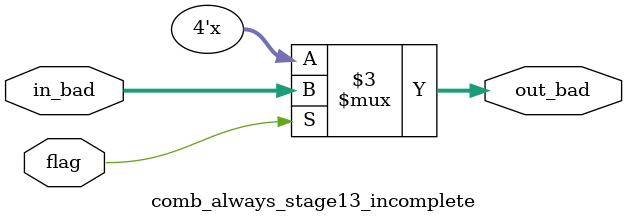
<source format=sv>
module comb_always_stage12_case(
    input  logic [3:0] in_a,
    input  logic [3:0] in_b,
    output logic [3:0] out_a,
    output logic [3:0] out_b,
    output logic [3:0] out_or
);
    logic [3:0] temp;
    logic [3:0] capture_a;
    logic [3:0] capture_b;
    logic [3:0] or_value;

    assign out_a = capture_a;
    assign out_b = capture_b;
    assign out_or = or_value;

    always_comb begin
        temp = in_a;
        capture_a = temp;

        temp = in_b;
        capture_b = temp;
    end

    always @(*) begin
        or_value = in_a | in_b;
    end
endmodule

module comb_always_stage13_if(
    input  logic        select,
    input  logic [3:0]  in_a,
    input  logic [3:0]  in_b,
    output logic [3:0]  out_if,
    output logic [3:0]  out_nested
);
    always_comb begin
        if (select) begin
            out_if = in_a;
        end
        else begin
            out_if = in_b;
        end
    end

    always_comb begin
        if (select) begin
            if (in_a[0]) begin
                out_nested = in_a;
            end
            else begin
                out_nested = in_b;
            end
        end
        else begin
            if (in_b[0]) begin
                out_nested = in_b;
            end
            else begin
                out_nested = in_a;
            end
        end
    end
endmodule

module comb_always_stage13_case(
    input  logic [1:0] sel,
    input  logic [3:0] in0,
    input  logic [3:0] in1,
    input  logic [3:0] in2,
    input  logic [3:0] in3,
    output logic [3:0] out_case
);
    always_comb begin
        case (sel)
            2'b00: out_case = in0;
            2'b01: out_case = in1;
            2'b10: out_case = in2;
            default: out_case = in3;
        endcase
    end
endmodule

module comb_always_stage13_default_if(
    input  logic        cond,
    input  logic [3:0]  in_default,
    input  logic [3:0]  in_override,
    output logic [3:0]  out_default
);
    always_comb begin
        out_default = in_default;
        if (cond) begin
            out_default = in_override;
        end
    end
endmodule

module comb_always_stage13_case_defaultless(
    input  logic [1:0] sel,
    input  logic [3:0] in_default,
    input  logic [3:0] in_override,
    output logic [3:0] out_case_implicit
);
    always_comb begin
        out_case_implicit = in_default;
        case (sel)
            2'b01: out_case_implicit = in_override;
        endcase
    end
endmodule

module comb_always_stage13_casex(
    input  logic [3:0] sel,
    input  logic [3:0] in_default,
    input  logic [3:0] in_override,
    output logic [3:0] out_casex
);
    always_comb begin
        out_casex = in_default;
        casex (sel)
            4'b1xxx: out_casex = in_override;
        endcase
    end
endmodule

module comb_always_stage13_casez(
    input  logic [3:0] sel,
    input  logic [3:0] in_default,
    input  logic [3:0] in_override,
    output logic [3:0] out_casez
);
    always_comb begin
        out_casez = in_default;
        casez (sel)
            4'b??11: out_casez = in_override;
        endcase
    end
endmodule

module comb_always_stage13_unique_overlap(
    input  logic [1:0] sel,
    input  logic [3:0] in0,
    input  logic [3:0] in1,
    input  logic [3:0] in2,
    input  logic [3:0] in3,
    output logic [3:0] out_dup
);
    always_comb begin
        unique case (sel)
            2'b00: out_dup = in0;
            2'b00: out_dup = in1;
            2'b01: out_dup = in2;
            default: out_dup = in3;
        endcase
    end
endmodule

module comb_always_stage13_incomplete(
    input  logic        flag,
    input  logic [3:0]  in_bad,
    output logic [3:0]  out_bad
);
    always_comb begin
        if (flag) begin
            out_bad = in_bad;
        end
        // else branch intentionally omitted to trigger latch diagnostic
    end
endmodule

</source>
